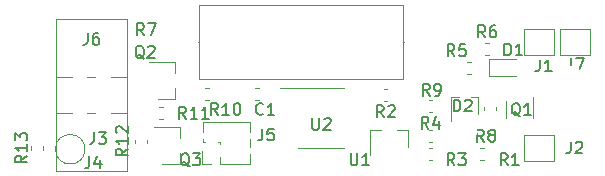
<source format=gbr>
%TF.GenerationSoftware,KiCad,Pcbnew,(5.1.10-1-10_14)*%
%TF.CreationDate,2021-11-16T21:19:30+13:00*%
%TF.ProjectId,BMSladder,424d536c-6164-4646-9572-2e6b69636164,rev?*%
%TF.SameCoordinates,Original*%
%TF.FileFunction,Legend,Top*%
%TF.FilePolarity,Positive*%
%FSLAX46Y46*%
G04 Gerber Fmt 4.6, Leading zero omitted, Abs format (unit mm)*
G04 Created by KiCad (PCBNEW (5.1.10-1-10_14)) date 2021-11-16 21:19:30*
%MOMM*%
%LPD*%
G01*
G04 APERTURE LIST*
%ADD10C,0.120000*%
%ADD11C,0.150000*%
%ADD12C,0.300000*%
%ADD13C,1.800000*%
%ADD14O,1.200000X1.750000*%
%ADD15O,1.000000X1.000000*%
%ADD16R,1.000000X1.000000*%
%ADD17O,2.400000X2.400000*%
%ADD18C,2.400000*%
%ADD19C,2.000000*%
%ADD20O,2.500000X5.000000*%
%ADD21R,0.800000X0.900000*%
%ADD22R,0.900000X0.800000*%
%ADD23R,0.400000X0.650000*%
%ADD24R,0.450000X0.700000*%
%ADD25C,0.800000*%
G04 APERTURE END LIST*
D10*
%TO.C,J7*%
X66250000Y-20400000D02*
X66250000Y-22100000D01*
X66250000Y-22100000D02*
X66250000Y-22600000D01*
X66250000Y-22600000D02*
X68850000Y-22600000D01*
X68850000Y-22600000D02*
X68850000Y-20400000D01*
X68850000Y-20400000D02*
X66250000Y-20400000D01*
%TO.C,J6*%
X28260000Y-24450000D02*
X29600000Y-24450000D01*
X23600000Y-32450000D02*
X29600000Y-32450000D01*
X26260000Y-24450000D02*
X26940000Y-24450000D01*
X24940000Y-24450000D02*
X23600000Y-24450000D01*
X29600000Y-32450000D02*
X29600000Y-24450000D01*
X23600000Y-24450000D02*
X23600000Y-32450000D01*
%TO.C,J3*%
X24940000Y-27550000D02*
X23600000Y-27550000D01*
X29600000Y-19550000D02*
X23600000Y-19550000D01*
X26940000Y-27550000D02*
X26260000Y-27550000D01*
X28260000Y-27550000D02*
X29600000Y-27550000D01*
X23600000Y-19550000D02*
X23600000Y-27550000D01*
X29600000Y-27550000D02*
X29600000Y-19550000D01*
%TO.C,J1*%
X65800000Y-20400000D02*
X63200000Y-20400000D01*
X65800000Y-22600000D02*
X65800000Y-20400000D01*
X63200000Y-22600000D02*
X65800000Y-22600000D01*
X63200000Y-22100000D02*
X63200000Y-22600000D01*
X63200000Y-20400000D02*
X63200000Y-22100000D01*
%TO.C,R3*%
X55462779Y-30490000D02*
X55137221Y-30490000D01*
X55462779Y-31510000D02*
X55137221Y-31510000D01*
%TO.C,U2*%
X46050000Y-25390000D02*
X42600000Y-25390000D01*
X46050000Y-25390000D02*
X48000000Y-25390000D01*
X46050000Y-30510000D02*
X44100000Y-30510000D01*
X46050000Y-30510000D02*
X48000000Y-30510000D01*
%TO.C,J5*%
X39985000Y-31850000D02*
X39985000Y-31027530D01*
X39985000Y-29142470D02*
X39985000Y-28320000D01*
X39985000Y-30412470D02*
X39985000Y-29757530D01*
X37510000Y-31850000D02*
X39985000Y-31850000D01*
X36055000Y-28320000D02*
X39985000Y-28320000D01*
X37510000Y-31850000D02*
X37510000Y-31283471D01*
X37510000Y-30156529D02*
X37510000Y-30013471D01*
X37456529Y-29960000D02*
X37313471Y-29960000D01*
X36186529Y-29960000D02*
X36055000Y-29960000D01*
X36055000Y-29960000D02*
X36055000Y-29757530D01*
X36055000Y-29142470D02*
X36055000Y-28320000D01*
X36750000Y-31850000D02*
X35990000Y-31850000D01*
X35990000Y-31850000D02*
X35990000Y-30720000D01*
%TO.C,R7*%
X35620000Y-21500000D02*
X35720000Y-21500000D01*
X53060000Y-21500000D02*
X52960000Y-21500000D01*
X35720000Y-24620000D02*
X52960000Y-24620000D01*
X35720000Y-18380000D02*
X35720000Y-24620000D01*
X52960000Y-18380000D02*
X35720000Y-18380000D01*
X52960000Y-24620000D02*
X52960000Y-18380000D01*
%TO.C,J4*%
X26051000Y-30600000D02*
G75*
G03*
X26051000Y-30600000I-1251000J0D01*
G01*
%TO.C,U1*%
X53380000Y-28940000D02*
X53380000Y-30400000D01*
X50220000Y-28940000D02*
X50220000Y-31100000D01*
X50220000Y-28940000D02*
X51150000Y-28940000D01*
X53380000Y-28940000D02*
X52450000Y-28940000D01*
%TO.C,R13*%
X21490000Y-30337221D02*
X21490000Y-30662779D01*
X22510000Y-30337221D02*
X22510000Y-30662779D01*
%TO.C,R12*%
X31310000Y-30112779D02*
X31310000Y-29787221D01*
X30290000Y-30112779D02*
X30290000Y-29787221D01*
%TO.C,R11*%
X32662779Y-26990000D02*
X32337221Y-26990000D01*
X32662779Y-28010000D02*
X32337221Y-28010000D01*
%TO.C,R10*%
X36562779Y-25390000D02*
X36237221Y-25390000D01*
X36562779Y-26410000D02*
X36237221Y-26410000D01*
%TO.C,R9*%
X55462779Y-26390000D02*
X55137221Y-26390000D01*
X55462779Y-27410000D02*
X55137221Y-27410000D01*
%TO.C,R8*%
X59840000Y-26987221D02*
X59840000Y-27312779D01*
X60860000Y-26987221D02*
X60860000Y-27312779D01*
%TO.C,R6*%
X59937221Y-22610000D02*
X60262779Y-22610000D01*
X59937221Y-21590000D02*
X60262779Y-21590000D01*
%TO.C,R5*%
X58387221Y-24210000D02*
X58712779Y-24210000D01*
X58387221Y-23190000D02*
X58712779Y-23190000D01*
%TO.C,R4*%
X55137221Y-30010000D02*
X55462779Y-30010000D01*
X55137221Y-28990000D02*
X55462779Y-28990000D01*
%TO.C,R2*%
X51662779Y-25490000D02*
X51337221Y-25490000D01*
X51662779Y-26510000D02*
X51337221Y-26510000D01*
%TO.C,R1*%
X59862779Y-30490000D02*
X59537221Y-30490000D01*
X59862779Y-31510000D02*
X59537221Y-31510000D01*
%TO.C,Q3*%
X34060000Y-31880000D02*
X32600000Y-31880000D01*
X34060000Y-28720000D02*
X31900000Y-28720000D01*
X34060000Y-28720000D02*
X34060000Y-29650000D01*
X34060000Y-31880000D02*
X34060000Y-30950000D01*
%TO.C,Q2*%
X33660000Y-26380000D02*
X32200000Y-26380000D01*
X33660000Y-23220000D02*
X31500000Y-23220000D01*
X33660000Y-23220000D02*
X33660000Y-24150000D01*
X33660000Y-26380000D02*
X33660000Y-25450000D01*
%TO.C,Q1*%
X61690000Y-26550000D02*
X61690000Y-27950000D01*
X64010000Y-27950000D02*
X64010000Y-26050000D01*
%TO.C,J2*%
X65800000Y-29400000D02*
X63200000Y-29400000D01*
X65800000Y-31600000D02*
X65800000Y-29400000D01*
X63200000Y-31600000D02*
X65800000Y-31600000D01*
X63200000Y-31100000D02*
X63200000Y-31600000D01*
X63200000Y-29400000D02*
X63200000Y-31100000D01*
%TO.C,D2*%
X59360000Y-27580000D02*
X59360000Y-26170000D01*
X57040000Y-26170000D02*
X57040000Y-28200000D01*
X57040000Y-26170000D02*
X57700000Y-26170000D01*
X58700000Y-26170000D02*
X59360000Y-26170000D01*
%TO.C,D1*%
X60265000Y-24435000D02*
X62550000Y-24435000D01*
X60265000Y-22965000D02*
X60265000Y-24435000D01*
X62550000Y-22965000D02*
X60265000Y-22965000D01*
%TO.C,C1*%
X40812779Y-25440000D02*
X40487221Y-25440000D01*
X40812779Y-26460000D02*
X40487221Y-26460000D01*
%TO.C,J7*%
D11*
X67216666Y-22902380D02*
X67216666Y-23616666D01*
X67169047Y-23759523D01*
X67073809Y-23854761D01*
X66930952Y-23902380D01*
X66835714Y-23902380D01*
X67597619Y-22902380D02*
X68264285Y-22902380D01*
X67835714Y-23902380D01*
%TO.C,J6*%
X26266666Y-20752380D02*
X26266666Y-21466666D01*
X26219047Y-21609523D01*
X26123809Y-21704761D01*
X25980952Y-21752380D01*
X25885714Y-21752380D01*
X27171428Y-20752380D02*
X26980952Y-20752380D01*
X26885714Y-20800000D01*
X26838095Y-20847619D01*
X26742857Y-20990476D01*
X26695238Y-21180952D01*
X26695238Y-21561904D01*
X26742857Y-21657142D01*
X26790476Y-21704761D01*
X26885714Y-21752380D01*
X27076190Y-21752380D01*
X27171428Y-21704761D01*
X27219047Y-21657142D01*
X27266666Y-21561904D01*
X27266666Y-21323809D01*
X27219047Y-21228571D01*
X27171428Y-21180952D01*
X27076190Y-21133333D01*
X26885714Y-21133333D01*
X26790476Y-21180952D01*
X26742857Y-21228571D01*
X26695238Y-21323809D01*
%TO.C,J3*%
X26816666Y-29152380D02*
X26816666Y-29866666D01*
X26769047Y-30009523D01*
X26673809Y-30104761D01*
X26530952Y-30152380D01*
X26435714Y-30152380D01*
X27197619Y-29152380D02*
X27816666Y-29152380D01*
X27483333Y-29533333D01*
X27626190Y-29533333D01*
X27721428Y-29580952D01*
X27769047Y-29628571D01*
X27816666Y-29723809D01*
X27816666Y-29961904D01*
X27769047Y-30057142D01*
X27721428Y-30104761D01*
X27626190Y-30152380D01*
X27340476Y-30152380D01*
X27245238Y-30104761D01*
X27197619Y-30057142D01*
%TO.C,J1*%
X64566666Y-23002380D02*
X64566666Y-23716666D01*
X64519047Y-23859523D01*
X64423809Y-23954761D01*
X64280952Y-24002380D01*
X64185714Y-24002380D01*
X65566666Y-24002380D02*
X64995238Y-24002380D01*
X65280952Y-24002380D02*
X65280952Y-23002380D01*
X65185714Y-23145238D01*
X65090476Y-23240476D01*
X64995238Y-23288095D01*
%TO.C,R3*%
X57333333Y-31952380D02*
X57000000Y-31476190D01*
X56761904Y-31952380D02*
X56761904Y-30952380D01*
X57142857Y-30952380D01*
X57238095Y-31000000D01*
X57285714Y-31047619D01*
X57333333Y-31142857D01*
X57333333Y-31285714D01*
X57285714Y-31380952D01*
X57238095Y-31428571D01*
X57142857Y-31476190D01*
X56761904Y-31476190D01*
X57666666Y-30952380D02*
X58285714Y-30952380D01*
X57952380Y-31333333D01*
X58095238Y-31333333D01*
X58190476Y-31380952D01*
X58238095Y-31428571D01*
X58285714Y-31523809D01*
X58285714Y-31761904D01*
X58238095Y-31857142D01*
X58190476Y-31904761D01*
X58095238Y-31952380D01*
X57809523Y-31952380D01*
X57714285Y-31904761D01*
X57666666Y-31857142D01*
%TO.C,U2*%
X45288095Y-27952380D02*
X45288095Y-28761904D01*
X45335714Y-28857142D01*
X45383333Y-28904761D01*
X45478571Y-28952380D01*
X45669047Y-28952380D01*
X45764285Y-28904761D01*
X45811904Y-28857142D01*
X45859523Y-28761904D01*
X45859523Y-27952380D01*
X46288095Y-28047619D02*
X46335714Y-28000000D01*
X46430952Y-27952380D01*
X46669047Y-27952380D01*
X46764285Y-28000000D01*
X46811904Y-28047619D01*
X46859523Y-28142857D01*
X46859523Y-28238095D01*
X46811904Y-28380952D01*
X46240476Y-28952380D01*
X46859523Y-28952380D01*
%TO.C,J5*%
X41066666Y-28852380D02*
X41066666Y-29566666D01*
X41019047Y-29709523D01*
X40923809Y-29804761D01*
X40780952Y-29852380D01*
X40685714Y-29852380D01*
X42019047Y-28852380D02*
X41542857Y-28852380D01*
X41495238Y-29328571D01*
X41542857Y-29280952D01*
X41638095Y-29233333D01*
X41876190Y-29233333D01*
X41971428Y-29280952D01*
X42019047Y-29328571D01*
X42066666Y-29423809D01*
X42066666Y-29661904D01*
X42019047Y-29757142D01*
X41971428Y-29804761D01*
X41876190Y-29852380D01*
X41638095Y-29852380D01*
X41542857Y-29804761D01*
X41495238Y-29757142D01*
%TO.C,R7*%
X31033333Y-20952380D02*
X30700000Y-20476190D01*
X30461904Y-20952380D02*
X30461904Y-19952380D01*
X30842857Y-19952380D01*
X30938095Y-20000000D01*
X30985714Y-20047619D01*
X31033333Y-20142857D01*
X31033333Y-20285714D01*
X30985714Y-20380952D01*
X30938095Y-20428571D01*
X30842857Y-20476190D01*
X30461904Y-20476190D01*
X31366666Y-19952380D02*
X32033333Y-19952380D01*
X31604761Y-20952380D01*
%TO.C,J4*%
X26416666Y-31202380D02*
X26416666Y-31916666D01*
X26369047Y-32059523D01*
X26273809Y-32154761D01*
X26130952Y-32202380D01*
X26035714Y-32202380D01*
X27321428Y-31535714D02*
X27321428Y-32202380D01*
X27083333Y-31154761D02*
X26845238Y-31869047D01*
X27464285Y-31869047D01*
%TO.C,U1*%
X48538095Y-30952380D02*
X48538095Y-31761904D01*
X48585714Y-31857142D01*
X48633333Y-31904761D01*
X48728571Y-31952380D01*
X48919047Y-31952380D01*
X49014285Y-31904761D01*
X49061904Y-31857142D01*
X49109523Y-31761904D01*
X49109523Y-30952380D01*
X50109523Y-31952380D02*
X49538095Y-31952380D01*
X49823809Y-31952380D02*
X49823809Y-30952380D01*
X49728571Y-31095238D01*
X49633333Y-31190476D01*
X49538095Y-31238095D01*
%TO.C,R13*%
X21152380Y-31142857D02*
X20676190Y-31476190D01*
X21152380Y-31714285D02*
X20152380Y-31714285D01*
X20152380Y-31333333D01*
X20200000Y-31238095D01*
X20247619Y-31190476D01*
X20342857Y-31142857D01*
X20485714Y-31142857D01*
X20580952Y-31190476D01*
X20628571Y-31238095D01*
X20676190Y-31333333D01*
X20676190Y-31714285D01*
X21152380Y-30190476D02*
X21152380Y-30761904D01*
X21152380Y-30476190D02*
X20152380Y-30476190D01*
X20295238Y-30571428D01*
X20390476Y-30666666D01*
X20438095Y-30761904D01*
X20152380Y-29857142D02*
X20152380Y-29238095D01*
X20533333Y-29571428D01*
X20533333Y-29428571D01*
X20580952Y-29333333D01*
X20628571Y-29285714D01*
X20723809Y-29238095D01*
X20961904Y-29238095D01*
X21057142Y-29285714D01*
X21104761Y-29333333D01*
X21152380Y-29428571D01*
X21152380Y-29714285D01*
X21104761Y-29809523D01*
X21057142Y-29857142D01*
%TO.C,R12*%
X29652380Y-30542857D02*
X29176190Y-30876190D01*
X29652380Y-31114285D02*
X28652380Y-31114285D01*
X28652380Y-30733333D01*
X28700000Y-30638095D01*
X28747619Y-30590476D01*
X28842857Y-30542857D01*
X28985714Y-30542857D01*
X29080952Y-30590476D01*
X29128571Y-30638095D01*
X29176190Y-30733333D01*
X29176190Y-31114285D01*
X29652380Y-29590476D02*
X29652380Y-30161904D01*
X29652380Y-29876190D02*
X28652380Y-29876190D01*
X28795238Y-29971428D01*
X28890476Y-30066666D01*
X28938095Y-30161904D01*
X28747619Y-29209523D02*
X28700000Y-29161904D01*
X28652380Y-29066666D01*
X28652380Y-28828571D01*
X28700000Y-28733333D01*
X28747619Y-28685714D01*
X28842857Y-28638095D01*
X28938095Y-28638095D01*
X29080952Y-28685714D01*
X29652380Y-29257142D01*
X29652380Y-28638095D01*
%TO.C,R11*%
X34607142Y-28002380D02*
X34273809Y-27526190D01*
X34035714Y-28002380D02*
X34035714Y-27002380D01*
X34416666Y-27002380D01*
X34511904Y-27050000D01*
X34559523Y-27097619D01*
X34607142Y-27192857D01*
X34607142Y-27335714D01*
X34559523Y-27430952D01*
X34511904Y-27478571D01*
X34416666Y-27526190D01*
X34035714Y-27526190D01*
X35559523Y-28002380D02*
X34988095Y-28002380D01*
X35273809Y-28002380D02*
X35273809Y-27002380D01*
X35178571Y-27145238D01*
X35083333Y-27240476D01*
X34988095Y-27288095D01*
X36511904Y-28002380D02*
X35940476Y-28002380D01*
X36226190Y-28002380D02*
X36226190Y-27002380D01*
X36130952Y-27145238D01*
X36035714Y-27240476D01*
X35940476Y-27288095D01*
%TO.C,R10*%
X37307142Y-27702380D02*
X36973809Y-27226190D01*
X36735714Y-27702380D02*
X36735714Y-26702380D01*
X37116666Y-26702380D01*
X37211904Y-26750000D01*
X37259523Y-26797619D01*
X37307142Y-26892857D01*
X37307142Y-27035714D01*
X37259523Y-27130952D01*
X37211904Y-27178571D01*
X37116666Y-27226190D01*
X36735714Y-27226190D01*
X38259523Y-27702380D02*
X37688095Y-27702380D01*
X37973809Y-27702380D02*
X37973809Y-26702380D01*
X37878571Y-26845238D01*
X37783333Y-26940476D01*
X37688095Y-26988095D01*
X38878571Y-26702380D02*
X38973809Y-26702380D01*
X39069047Y-26750000D01*
X39116666Y-26797619D01*
X39164285Y-26892857D01*
X39211904Y-27083333D01*
X39211904Y-27321428D01*
X39164285Y-27511904D01*
X39116666Y-27607142D01*
X39069047Y-27654761D01*
X38973809Y-27702380D01*
X38878571Y-27702380D01*
X38783333Y-27654761D01*
X38735714Y-27607142D01*
X38688095Y-27511904D01*
X38640476Y-27321428D01*
X38640476Y-27083333D01*
X38688095Y-26892857D01*
X38735714Y-26797619D01*
X38783333Y-26750000D01*
X38878571Y-26702380D01*
%TO.C,R9*%
X55233333Y-26052380D02*
X54900000Y-25576190D01*
X54661904Y-26052380D02*
X54661904Y-25052380D01*
X55042857Y-25052380D01*
X55138095Y-25100000D01*
X55185714Y-25147619D01*
X55233333Y-25242857D01*
X55233333Y-25385714D01*
X55185714Y-25480952D01*
X55138095Y-25528571D01*
X55042857Y-25576190D01*
X54661904Y-25576190D01*
X55709523Y-26052380D02*
X55900000Y-26052380D01*
X55995238Y-26004761D01*
X56042857Y-25957142D01*
X56138095Y-25814285D01*
X56185714Y-25623809D01*
X56185714Y-25242857D01*
X56138095Y-25147619D01*
X56090476Y-25100000D01*
X55995238Y-25052380D01*
X55804761Y-25052380D01*
X55709523Y-25100000D01*
X55661904Y-25147619D01*
X55614285Y-25242857D01*
X55614285Y-25480952D01*
X55661904Y-25576190D01*
X55709523Y-25623809D01*
X55804761Y-25671428D01*
X55995238Y-25671428D01*
X56090476Y-25623809D01*
X56138095Y-25576190D01*
X56185714Y-25480952D01*
%TO.C,R8*%
X59833333Y-29952380D02*
X59500000Y-29476190D01*
X59261904Y-29952380D02*
X59261904Y-28952380D01*
X59642857Y-28952380D01*
X59738095Y-29000000D01*
X59785714Y-29047619D01*
X59833333Y-29142857D01*
X59833333Y-29285714D01*
X59785714Y-29380952D01*
X59738095Y-29428571D01*
X59642857Y-29476190D01*
X59261904Y-29476190D01*
X60404761Y-29380952D02*
X60309523Y-29333333D01*
X60261904Y-29285714D01*
X60214285Y-29190476D01*
X60214285Y-29142857D01*
X60261904Y-29047619D01*
X60309523Y-29000000D01*
X60404761Y-28952380D01*
X60595238Y-28952380D01*
X60690476Y-29000000D01*
X60738095Y-29047619D01*
X60785714Y-29142857D01*
X60785714Y-29190476D01*
X60738095Y-29285714D01*
X60690476Y-29333333D01*
X60595238Y-29380952D01*
X60404761Y-29380952D01*
X60309523Y-29428571D01*
X60261904Y-29476190D01*
X60214285Y-29571428D01*
X60214285Y-29761904D01*
X60261904Y-29857142D01*
X60309523Y-29904761D01*
X60404761Y-29952380D01*
X60595238Y-29952380D01*
X60690476Y-29904761D01*
X60738095Y-29857142D01*
X60785714Y-29761904D01*
X60785714Y-29571428D01*
X60738095Y-29476190D01*
X60690476Y-29428571D01*
X60595238Y-29380952D01*
%TO.C,R6*%
X59933333Y-21122380D02*
X59600000Y-20646190D01*
X59361904Y-21122380D02*
X59361904Y-20122380D01*
X59742857Y-20122380D01*
X59838095Y-20170000D01*
X59885714Y-20217619D01*
X59933333Y-20312857D01*
X59933333Y-20455714D01*
X59885714Y-20550952D01*
X59838095Y-20598571D01*
X59742857Y-20646190D01*
X59361904Y-20646190D01*
X60790476Y-20122380D02*
X60600000Y-20122380D01*
X60504761Y-20170000D01*
X60457142Y-20217619D01*
X60361904Y-20360476D01*
X60314285Y-20550952D01*
X60314285Y-20931904D01*
X60361904Y-21027142D01*
X60409523Y-21074761D01*
X60504761Y-21122380D01*
X60695238Y-21122380D01*
X60790476Y-21074761D01*
X60838095Y-21027142D01*
X60885714Y-20931904D01*
X60885714Y-20693809D01*
X60838095Y-20598571D01*
X60790476Y-20550952D01*
X60695238Y-20503333D01*
X60504761Y-20503333D01*
X60409523Y-20550952D01*
X60361904Y-20598571D01*
X60314285Y-20693809D01*
%TO.C,R5*%
X57333333Y-22722380D02*
X57000000Y-22246190D01*
X56761904Y-22722380D02*
X56761904Y-21722380D01*
X57142857Y-21722380D01*
X57238095Y-21770000D01*
X57285714Y-21817619D01*
X57333333Y-21912857D01*
X57333333Y-22055714D01*
X57285714Y-22150952D01*
X57238095Y-22198571D01*
X57142857Y-22246190D01*
X56761904Y-22246190D01*
X58238095Y-21722380D02*
X57761904Y-21722380D01*
X57714285Y-22198571D01*
X57761904Y-22150952D01*
X57857142Y-22103333D01*
X58095238Y-22103333D01*
X58190476Y-22150952D01*
X58238095Y-22198571D01*
X58285714Y-22293809D01*
X58285714Y-22531904D01*
X58238095Y-22627142D01*
X58190476Y-22674761D01*
X58095238Y-22722380D01*
X57857142Y-22722380D01*
X57761904Y-22674761D01*
X57714285Y-22627142D01*
%TO.C,R4*%
X55133333Y-28852380D02*
X54800000Y-28376190D01*
X54561904Y-28852380D02*
X54561904Y-27852380D01*
X54942857Y-27852380D01*
X55038095Y-27900000D01*
X55085714Y-27947619D01*
X55133333Y-28042857D01*
X55133333Y-28185714D01*
X55085714Y-28280952D01*
X55038095Y-28328571D01*
X54942857Y-28376190D01*
X54561904Y-28376190D01*
X55990476Y-28185714D02*
X55990476Y-28852380D01*
X55752380Y-27804761D02*
X55514285Y-28519047D01*
X56133333Y-28519047D01*
%TO.C,R2*%
X51333333Y-27882380D02*
X51000000Y-27406190D01*
X50761904Y-27882380D02*
X50761904Y-26882380D01*
X51142857Y-26882380D01*
X51238095Y-26930000D01*
X51285714Y-26977619D01*
X51333333Y-27072857D01*
X51333333Y-27215714D01*
X51285714Y-27310952D01*
X51238095Y-27358571D01*
X51142857Y-27406190D01*
X50761904Y-27406190D01*
X51714285Y-26977619D02*
X51761904Y-26930000D01*
X51857142Y-26882380D01*
X52095238Y-26882380D01*
X52190476Y-26930000D01*
X52238095Y-26977619D01*
X52285714Y-27072857D01*
X52285714Y-27168095D01*
X52238095Y-27310952D01*
X51666666Y-27882380D01*
X52285714Y-27882380D01*
%TO.C,R1*%
X61833333Y-31952380D02*
X61500000Y-31476190D01*
X61261904Y-31952380D02*
X61261904Y-30952380D01*
X61642857Y-30952380D01*
X61738095Y-31000000D01*
X61785714Y-31047619D01*
X61833333Y-31142857D01*
X61833333Y-31285714D01*
X61785714Y-31380952D01*
X61738095Y-31428571D01*
X61642857Y-31476190D01*
X61261904Y-31476190D01*
X62785714Y-31952380D02*
X62214285Y-31952380D01*
X62500000Y-31952380D02*
X62500000Y-30952380D01*
X62404761Y-31095238D01*
X62309523Y-31190476D01*
X62214285Y-31238095D01*
%TO.C,Q3*%
X34904761Y-32047619D02*
X34809523Y-32000000D01*
X34714285Y-31904761D01*
X34571428Y-31761904D01*
X34476190Y-31714285D01*
X34380952Y-31714285D01*
X34428571Y-31952380D02*
X34333333Y-31904761D01*
X34238095Y-31809523D01*
X34190476Y-31619047D01*
X34190476Y-31285714D01*
X34238095Y-31095238D01*
X34333333Y-31000000D01*
X34428571Y-30952380D01*
X34619047Y-30952380D01*
X34714285Y-31000000D01*
X34809523Y-31095238D01*
X34857142Y-31285714D01*
X34857142Y-31619047D01*
X34809523Y-31809523D01*
X34714285Y-31904761D01*
X34619047Y-31952380D01*
X34428571Y-31952380D01*
X35190476Y-30952380D02*
X35809523Y-30952380D01*
X35476190Y-31333333D01*
X35619047Y-31333333D01*
X35714285Y-31380952D01*
X35761904Y-31428571D01*
X35809523Y-31523809D01*
X35809523Y-31761904D01*
X35761904Y-31857142D01*
X35714285Y-31904761D01*
X35619047Y-31952380D01*
X35333333Y-31952380D01*
X35238095Y-31904761D01*
X35190476Y-31857142D01*
%TO.C,Q2*%
X31054761Y-22947619D02*
X30959523Y-22900000D01*
X30864285Y-22804761D01*
X30721428Y-22661904D01*
X30626190Y-22614285D01*
X30530952Y-22614285D01*
X30578571Y-22852380D02*
X30483333Y-22804761D01*
X30388095Y-22709523D01*
X30340476Y-22519047D01*
X30340476Y-22185714D01*
X30388095Y-21995238D01*
X30483333Y-21900000D01*
X30578571Y-21852380D01*
X30769047Y-21852380D01*
X30864285Y-21900000D01*
X30959523Y-21995238D01*
X31007142Y-22185714D01*
X31007142Y-22519047D01*
X30959523Y-22709523D01*
X30864285Y-22804761D01*
X30769047Y-22852380D01*
X30578571Y-22852380D01*
X31388095Y-21947619D02*
X31435714Y-21900000D01*
X31530952Y-21852380D01*
X31769047Y-21852380D01*
X31864285Y-21900000D01*
X31911904Y-21947619D01*
X31959523Y-22042857D01*
X31959523Y-22138095D01*
X31911904Y-22280952D01*
X31340476Y-22852380D01*
X31959523Y-22852380D01*
%TO.C,Q1*%
X62904761Y-27797619D02*
X62809523Y-27750000D01*
X62714285Y-27654761D01*
X62571428Y-27511904D01*
X62476190Y-27464285D01*
X62380952Y-27464285D01*
X62428571Y-27702380D02*
X62333333Y-27654761D01*
X62238095Y-27559523D01*
X62190476Y-27369047D01*
X62190476Y-27035714D01*
X62238095Y-26845238D01*
X62333333Y-26750000D01*
X62428571Y-26702380D01*
X62619047Y-26702380D01*
X62714285Y-26750000D01*
X62809523Y-26845238D01*
X62857142Y-27035714D01*
X62857142Y-27369047D01*
X62809523Y-27559523D01*
X62714285Y-27654761D01*
X62619047Y-27702380D01*
X62428571Y-27702380D01*
X63809523Y-27702380D02*
X63238095Y-27702380D01*
X63523809Y-27702380D02*
X63523809Y-26702380D01*
X63428571Y-26845238D01*
X63333333Y-26940476D01*
X63238095Y-26988095D01*
%TO.C,J2*%
X67166666Y-29952380D02*
X67166666Y-30666666D01*
X67119047Y-30809523D01*
X67023809Y-30904761D01*
X66880952Y-30952380D01*
X66785714Y-30952380D01*
X67595238Y-30047619D02*
X67642857Y-30000000D01*
X67738095Y-29952380D01*
X67976190Y-29952380D01*
X68071428Y-30000000D01*
X68119047Y-30047619D01*
X68166666Y-30142857D01*
X68166666Y-30238095D01*
X68119047Y-30380952D01*
X67547619Y-30952380D01*
X68166666Y-30952380D01*
%TO.C,D2*%
X57261904Y-27402380D02*
X57261904Y-26402380D01*
X57500000Y-26402380D01*
X57642857Y-26450000D01*
X57738095Y-26545238D01*
X57785714Y-26640476D01*
X57833333Y-26830952D01*
X57833333Y-26973809D01*
X57785714Y-27164285D01*
X57738095Y-27259523D01*
X57642857Y-27354761D01*
X57500000Y-27402380D01*
X57261904Y-27402380D01*
X58214285Y-26497619D02*
X58261904Y-26450000D01*
X58357142Y-26402380D01*
X58595238Y-26402380D01*
X58690476Y-26450000D01*
X58738095Y-26497619D01*
X58785714Y-26592857D01*
X58785714Y-26688095D01*
X58738095Y-26830952D01*
X58166666Y-27402380D01*
X58785714Y-27402380D01*
%TO.C,D1*%
X61561904Y-22652380D02*
X61561904Y-21652380D01*
X61800000Y-21652380D01*
X61942857Y-21700000D01*
X62038095Y-21795238D01*
X62085714Y-21890476D01*
X62133333Y-22080952D01*
X62133333Y-22223809D01*
X62085714Y-22414285D01*
X62038095Y-22509523D01*
X61942857Y-22604761D01*
X61800000Y-22652380D01*
X61561904Y-22652380D01*
X63085714Y-22652380D02*
X62514285Y-22652380D01*
X62800000Y-22652380D02*
X62800000Y-21652380D01*
X62704761Y-21795238D01*
X62609523Y-21890476D01*
X62514285Y-21938095D01*
%TO.C,C1*%
X41133333Y-27607142D02*
X41085714Y-27654761D01*
X40942857Y-27702380D01*
X40847619Y-27702380D01*
X40704761Y-27654761D01*
X40609523Y-27559523D01*
X40561904Y-27464285D01*
X40514285Y-27273809D01*
X40514285Y-27130952D01*
X40561904Y-26940476D01*
X40609523Y-26845238D01*
X40704761Y-26750000D01*
X40847619Y-26702380D01*
X40942857Y-26702380D01*
X41085714Y-26750000D01*
X41133333Y-26797619D01*
X42085714Y-27702380D02*
X41514285Y-27702380D01*
X41800000Y-27702380D02*
X41800000Y-26702380D01*
X41704761Y-26845238D01*
X41609523Y-26940476D01*
X41514285Y-26988095D01*
%TD*%
%LPC*%
D12*
X64700000Y-25400000D02*
X64700000Y-26600000D01*
X64100000Y-26000000D02*
X65300000Y-26000000D01*
D13*
%TO.C,J7*%
X67550000Y-21500000D03*
%TD*%
D14*
%TO.C,J6*%
X27600000Y-24200000D03*
G36*
G01*
X25000000Y-24825001D02*
X25000000Y-23574999D01*
G75*
G02*
X25249999Y-23325000I249999J0D01*
G01*
X25950001Y-23325000D01*
G75*
G02*
X26200000Y-23574999I0J-249999D01*
G01*
X26200000Y-24825001D01*
G75*
G02*
X25950001Y-25075000I-249999J0D01*
G01*
X25249999Y-25075000D01*
G75*
G02*
X25000000Y-24825001I0J249999D01*
G01*
G37*
%TD*%
%TO.C,J3*%
X25600000Y-27800000D03*
G36*
G01*
X28200000Y-27174999D02*
X28200000Y-28425001D01*
G75*
G02*
X27950001Y-28675000I-249999J0D01*
G01*
X27249999Y-28675000D01*
G75*
G02*
X27000000Y-28425001I0J249999D01*
G01*
X27000000Y-27174999D01*
G75*
G02*
X27249999Y-26925000I249999J0D01*
G01*
X27950001Y-26925000D01*
G75*
G02*
X28200000Y-27174999I0J-249999D01*
G01*
G37*
%TD*%
D13*
%TO.C,J1*%
X64500000Y-21500000D03*
%TD*%
%TO.C,R3*%
G36*
G01*
X54950000Y-30743750D02*
X54950000Y-31256250D01*
G75*
G02*
X54731250Y-31475000I-218750J0D01*
G01*
X54293750Y-31475000D01*
G75*
G02*
X54075000Y-31256250I0J218750D01*
G01*
X54075000Y-30743750D01*
G75*
G02*
X54293750Y-30525000I218750J0D01*
G01*
X54731250Y-30525000D01*
G75*
G02*
X54950000Y-30743750I0J-218750D01*
G01*
G37*
G36*
G01*
X56525000Y-30743750D02*
X56525000Y-31256250D01*
G75*
G02*
X56306250Y-31475000I-218750J0D01*
G01*
X55868750Y-31475000D01*
G75*
G02*
X55650000Y-31256250I0J218750D01*
G01*
X55650000Y-30743750D01*
G75*
G02*
X55868750Y-30525000I218750J0D01*
G01*
X56306250Y-30525000D01*
G75*
G02*
X56525000Y-30743750I0J-218750D01*
G01*
G37*
%TD*%
%TO.C,U2*%
G36*
G01*
X47550000Y-26195000D02*
X47550000Y-25895000D01*
G75*
G02*
X47700000Y-25745000I150000J0D01*
G01*
X49350000Y-25745000D01*
G75*
G02*
X49500000Y-25895000I0J-150000D01*
G01*
X49500000Y-26195000D01*
G75*
G02*
X49350000Y-26345000I-150000J0D01*
G01*
X47700000Y-26345000D01*
G75*
G02*
X47550000Y-26195000I0J150000D01*
G01*
G37*
G36*
G01*
X47550000Y-27465000D02*
X47550000Y-27165000D01*
G75*
G02*
X47700000Y-27015000I150000J0D01*
G01*
X49350000Y-27015000D01*
G75*
G02*
X49500000Y-27165000I0J-150000D01*
G01*
X49500000Y-27465000D01*
G75*
G02*
X49350000Y-27615000I-150000J0D01*
G01*
X47700000Y-27615000D01*
G75*
G02*
X47550000Y-27465000I0J150000D01*
G01*
G37*
G36*
G01*
X47550000Y-28735000D02*
X47550000Y-28435000D01*
G75*
G02*
X47700000Y-28285000I150000J0D01*
G01*
X49350000Y-28285000D01*
G75*
G02*
X49500000Y-28435000I0J-150000D01*
G01*
X49500000Y-28735000D01*
G75*
G02*
X49350000Y-28885000I-150000J0D01*
G01*
X47700000Y-28885000D01*
G75*
G02*
X47550000Y-28735000I0J150000D01*
G01*
G37*
G36*
G01*
X47550000Y-30005000D02*
X47550000Y-29705000D01*
G75*
G02*
X47700000Y-29555000I150000J0D01*
G01*
X49350000Y-29555000D01*
G75*
G02*
X49500000Y-29705000I0J-150000D01*
G01*
X49500000Y-30005000D01*
G75*
G02*
X49350000Y-30155000I-150000J0D01*
G01*
X47700000Y-30155000D01*
G75*
G02*
X47550000Y-30005000I0J150000D01*
G01*
G37*
G36*
G01*
X42600000Y-30005000D02*
X42600000Y-29705000D01*
G75*
G02*
X42750000Y-29555000I150000J0D01*
G01*
X44400000Y-29555000D01*
G75*
G02*
X44550000Y-29705000I0J-150000D01*
G01*
X44550000Y-30005000D01*
G75*
G02*
X44400000Y-30155000I-150000J0D01*
G01*
X42750000Y-30155000D01*
G75*
G02*
X42600000Y-30005000I0J150000D01*
G01*
G37*
G36*
G01*
X42600000Y-28735000D02*
X42600000Y-28435000D01*
G75*
G02*
X42750000Y-28285000I150000J0D01*
G01*
X44400000Y-28285000D01*
G75*
G02*
X44550000Y-28435000I0J-150000D01*
G01*
X44550000Y-28735000D01*
G75*
G02*
X44400000Y-28885000I-150000J0D01*
G01*
X42750000Y-28885000D01*
G75*
G02*
X42600000Y-28735000I0J150000D01*
G01*
G37*
G36*
G01*
X42600000Y-27465000D02*
X42600000Y-27165000D01*
G75*
G02*
X42750000Y-27015000I150000J0D01*
G01*
X44400000Y-27015000D01*
G75*
G02*
X44550000Y-27165000I0J-150000D01*
G01*
X44550000Y-27465000D01*
G75*
G02*
X44400000Y-27615000I-150000J0D01*
G01*
X42750000Y-27615000D01*
G75*
G02*
X42600000Y-27465000I0J150000D01*
G01*
G37*
G36*
G01*
X42600000Y-26195000D02*
X42600000Y-25895000D01*
G75*
G02*
X42750000Y-25745000I150000J0D01*
G01*
X44400000Y-25745000D01*
G75*
G02*
X44550000Y-25895000I0J-150000D01*
G01*
X44550000Y-26195000D01*
G75*
G02*
X44400000Y-26345000I-150000J0D01*
G01*
X42750000Y-26345000D01*
G75*
G02*
X42600000Y-26195000I0J150000D01*
G01*
G37*
%TD*%
D15*
%TO.C,J5*%
X39290000Y-29450000D03*
X39290000Y-30720000D03*
X38020000Y-29450000D03*
X38020000Y-30720000D03*
X36750000Y-29450000D03*
D16*
X36750000Y-30720000D03*
%TD*%
D17*
%TO.C,R7*%
X33500000Y-21500000D03*
D18*
X55500000Y-21500000D03*
%TD*%
D19*
%TO.C,J4*%
X24800000Y-30600000D03*
%TD*%
D20*
%TO.C,H2*%
X22000000Y-26000000D03*
%TD*%
%TO.C,H1*%
X67000000Y-26000000D03*
%TD*%
D21*
%TO.C,U1*%
X51800000Y-28700000D03*
X52750000Y-30700000D03*
X50850000Y-30700000D03*
%TD*%
%TO.C,R13*%
G36*
G01*
X21743750Y-30850000D02*
X22256250Y-30850000D01*
G75*
G02*
X22475000Y-31068750I0J-218750D01*
G01*
X22475000Y-31506250D01*
G75*
G02*
X22256250Y-31725000I-218750J0D01*
G01*
X21743750Y-31725000D01*
G75*
G02*
X21525000Y-31506250I0J218750D01*
G01*
X21525000Y-31068750D01*
G75*
G02*
X21743750Y-30850000I218750J0D01*
G01*
G37*
G36*
G01*
X21743750Y-29275000D02*
X22256250Y-29275000D01*
G75*
G02*
X22475000Y-29493750I0J-218750D01*
G01*
X22475000Y-29931250D01*
G75*
G02*
X22256250Y-30150000I-218750J0D01*
G01*
X21743750Y-30150000D01*
G75*
G02*
X21525000Y-29931250I0J218750D01*
G01*
X21525000Y-29493750D01*
G75*
G02*
X21743750Y-29275000I218750J0D01*
G01*
G37*
%TD*%
%TO.C,R12*%
G36*
G01*
X31056250Y-29600000D02*
X30543750Y-29600000D01*
G75*
G02*
X30325000Y-29381250I0J218750D01*
G01*
X30325000Y-28943750D01*
G75*
G02*
X30543750Y-28725000I218750J0D01*
G01*
X31056250Y-28725000D01*
G75*
G02*
X31275000Y-28943750I0J-218750D01*
G01*
X31275000Y-29381250D01*
G75*
G02*
X31056250Y-29600000I-218750J0D01*
G01*
G37*
G36*
G01*
X31056250Y-31175000D02*
X30543750Y-31175000D01*
G75*
G02*
X30325000Y-30956250I0J218750D01*
G01*
X30325000Y-30518750D01*
G75*
G02*
X30543750Y-30300000I218750J0D01*
G01*
X31056250Y-30300000D01*
G75*
G02*
X31275000Y-30518750I0J-218750D01*
G01*
X31275000Y-30956250D01*
G75*
G02*
X31056250Y-31175000I-218750J0D01*
G01*
G37*
%TD*%
%TO.C,R11*%
G36*
G01*
X32150000Y-27243750D02*
X32150000Y-27756250D01*
G75*
G02*
X31931250Y-27975000I-218750J0D01*
G01*
X31493750Y-27975000D01*
G75*
G02*
X31275000Y-27756250I0J218750D01*
G01*
X31275000Y-27243750D01*
G75*
G02*
X31493750Y-27025000I218750J0D01*
G01*
X31931250Y-27025000D01*
G75*
G02*
X32150000Y-27243750I0J-218750D01*
G01*
G37*
G36*
G01*
X33725000Y-27243750D02*
X33725000Y-27756250D01*
G75*
G02*
X33506250Y-27975000I-218750J0D01*
G01*
X33068750Y-27975000D01*
G75*
G02*
X32850000Y-27756250I0J218750D01*
G01*
X32850000Y-27243750D01*
G75*
G02*
X33068750Y-27025000I218750J0D01*
G01*
X33506250Y-27025000D01*
G75*
G02*
X33725000Y-27243750I0J-218750D01*
G01*
G37*
%TD*%
%TO.C,R10*%
G36*
G01*
X36050000Y-25643750D02*
X36050000Y-26156250D01*
G75*
G02*
X35831250Y-26375000I-218750J0D01*
G01*
X35393750Y-26375000D01*
G75*
G02*
X35175000Y-26156250I0J218750D01*
G01*
X35175000Y-25643750D01*
G75*
G02*
X35393750Y-25425000I218750J0D01*
G01*
X35831250Y-25425000D01*
G75*
G02*
X36050000Y-25643750I0J-218750D01*
G01*
G37*
G36*
G01*
X37625000Y-25643750D02*
X37625000Y-26156250D01*
G75*
G02*
X37406250Y-26375000I-218750J0D01*
G01*
X36968750Y-26375000D01*
G75*
G02*
X36750000Y-26156250I0J218750D01*
G01*
X36750000Y-25643750D01*
G75*
G02*
X36968750Y-25425000I218750J0D01*
G01*
X37406250Y-25425000D01*
G75*
G02*
X37625000Y-25643750I0J-218750D01*
G01*
G37*
%TD*%
%TO.C,R9*%
G36*
G01*
X54950000Y-26643750D02*
X54950000Y-27156250D01*
G75*
G02*
X54731250Y-27375000I-218750J0D01*
G01*
X54293750Y-27375000D01*
G75*
G02*
X54075000Y-27156250I0J218750D01*
G01*
X54075000Y-26643750D01*
G75*
G02*
X54293750Y-26425000I218750J0D01*
G01*
X54731250Y-26425000D01*
G75*
G02*
X54950000Y-26643750I0J-218750D01*
G01*
G37*
G36*
G01*
X56525000Y-26643750D02*
X56525000Y-27156250D01*
G75*
G02*
X56306250Y-27375000I-218750J0D01*
G01*
X55868750Y-27375000D01*
G75*
G02*
X55650000Y-27156250I0J218750D01*
G01*
X55650000Y-26643750D01*
G75*
G02*
X55868750Y-26425000I218750J0D01*
G01*
X56306250Y-26425000D01*
G75*
G02*
X56525000Y-26643750I0J-218750D01*
G01*
G37*
%TD*%
%TO.C,R8*%
G36*
G01*
X60093750Y-27500000D02*
X60606250Y-27500000D01*
G75*
G02*
X60825000Y-27718750I0J-218750D01*
G01*
X60825000Y-28156250D01*
G75*
G02*
X60606250Y-28375000I-218750J0D01*
G01*
X60093750Y-28375000D01*
G75*
G02*
X59875000Y-28156250I0J218750D01*
G01*
X59875000Y-27718750D01*
G75*
G02*
X60093750Y-27500000I218750J0D01*
G01*
G37*
G36*
G01*
X60093750Y-25925000D02*
X60606250Y-25925000D01*
G75*
G02*
X60825000Y-26143750I0J-218750D01*
G01*
X60825000Y-26581250D01*
G75*
G02*
X60606250Y-26800000I-218750J0D01*
G01*
X60093750Y-26800000D01*
G75*
G02*
X59875000Y-26581250I0J218750D01*
G01*
X59875000Y-26143750D01*
G75*
G02*
X60093750Y-25925000I218750J0D01*
G01*
G37*
%TD*%
%TO.C,R6*%
G36*
G01*
X60450000Y-22356250D02*
X60450000Y-21843750D01*
G75*
G02*
X60668750Y-21625000I218750J0D01*
G01*
X61106250Y-21625000D01*
G75*
G02*
X61325000Y-21843750I0J-218750D01*
G01*
X61325000Y-22356250D01*
G75*
G02*
X61106250Y-22575000I-218750J0D01*
G01*
X60668750Y-22575000D01*
G75*
G02*
X60450000Y-22356250I0J218750D01*
G01*
G37*
G36*
G01*
X58875000Y-22356250D02*
X58875000Y-21843750D01*
G75*
G02*
X59093750Y-21625000I218750J0D01*
G01*
X59531250Y-21625000D01*
G75*
G02*
X59750000Y-21843750I0J-218750D01*
G01*
X59750000Y-22356250D01*
G75*
G02*
X59531250Y-22575000I-218750J0D01*
G01*
X59093750Y-22575000D01*
G75*
G02*
X58875000Y-22356250I0J218750D01*
G01*
G37*
%TD*%
%TO.C,R5*%
G36*
G01*
X58900000Y-23956250D02*
X58900000Y-23443750D01*
G75*
G02*
X59118750Y-23225000I218750J0D01*
G01*
X59556250Y-23225000D01*
G75*
G02*
X59775000Y-23443750I0J-218750D01*
G01*
X59775000Y-23956250D01*
G75*
G02*
X59556250Y-24175000I-218750J0D01*
G01*
X59118750Y-24175000D01*
G75*
G02*
X58900000Y-23956250I0J218750D01*
G01*
G37*
G36*
G01*
X57325000Y-23956250D02*
X57325000Y-23443750D01*
G75*
G02*
X57543750Y-23225000I218750J0D01*
G01*
X57981250Y-23225000D01*
G75*
G02*
X58200000Y-23443750I0J-218750D01*
G01*
X58200000Y-23956250D01*
G75*
G02*
X57981250Y-24175000I-218750J0D01*
G01*
X57543750Y-24175000D01*
G75*
G02*
X57325000Y-23956250I0J218750D01*
G01*
G37*
%TD*%
%TO.C,R4*%
G36*
G01*
X55650000Y-29756250D02*
X55650000Y-29243750D01*
G75*
G02*
X55868750Y-29025000I218750J0D01*
G01*
X56306250Y-29025000D01*
G75*
G02*
X56525000Y-29243750I0J-218750D01*
G01*
X56525000Y-29756250D01*
G75*
G02*
X56306250Y-29975000I-218750J0D01*
G01*
X55868750Y-29975000D01*
G75*
G02*
X55650000Y-29756250I0J218750D01*
G01*
G37*
G36*
G01*
X54075000Y-29756250D02*
X54075000Y-29243750D01*
G75*
G02*
X54293750Y-29025000I218750J0D01*
G01*
X54731250Y-29025000D01*
G75*
G02*
X54950000Y-29243750I0J-218750D01*
G01*
X54950000Y-29756250D01*
G75*
G02*
X54731250Y-29975000I-218750J0D01*
G01*
X54293750Y-29975000D01*
G75*
G02*
X54075000Y-29756250I0J218750D01*
G01*
G37*
%TD*%
%TO.C,R2*%
G36*
G01*
X51150000Y-25743750D02*
X51150000Y-26256250D01*
G75*
G02*
X50931250Y-26475000I-218750J0D01*
G01*
X50493750Y-26475000D01*
G75*
G02*
X50275000Y-26256250I0J218750D01*
G01*
X50275000Y-25743750D01*
G75*
G02*
X50493750Y-25525000I218750J0D01*
G01*
X50931250Y-25525000D01*
G75*
G02*
X51150000Y-25743750I0J-218750D01*
G01*
G37*
G36*
G01*
X52725000Y-25743750D02*
X52725000Y-26256250D01*
G75*
G02*
X52506250Y-26475000I-218750J0D01*
G01*
X52068750Y-26475000D01*
G75*
G02*
X51850000Y-26256250I0J218750D01*
G01*
X51850000Y-25743750D01*
G75*
G02*
X52068750Y-25525000I218750J0D01*
G01*
X52506250Y-25525000D01*
G75*
G02*
X52725000Y-25743750I0J-218750D01*
G01*
G37*
%TD*%
%TO.C,R1*%
G36*
G01*
X59350000Y-30743750D02*
X59350000Y-31256250D01*
G75*
G02*
X59131250Y-31475000I-218750J0D01*
G01*
X58693750Y-31475000D01*
G75*
G02*
X58475000Y-31256250I0J218750D01*
G01*
X58475000Y-30743750D01*
G75*
G02*
X58693750Y-30525000I218750J0D01*
G01*
X59131250Y-30525000D01*
G75*
G02*
X59350000Y-30743750I0J-218750D01*
G01*
G37*
G36*
G01*
X60925000Y-30743750D02*
X60925000Y-31256250D01*
G75*
G02*
X60706250Y-31475000I-218750J0D01*
G01*
X60268750Y-31475000D01*
G75*
G02*
X60050000Y-31256250I0J218750D01*
G01*
X60050000Y-30743750D01*
G75*
G02*
X60268750Y-30525000I218750J0D01*
G01*
X60706250Y-30525000D01*
G75*
G02*
X60925000Y-30743750I0J-218750D01*
G01*
G37*
%TD*%
D22*
%TO.C,Q3*%
X34300000Y-30300000D03*
X32300000Y-31250000D03*
X32300000Y-29350000D03*
%TD*%
%TO.C,Q2*%
X33900000Y-24800000D03*
X31900000Y-25750000D03*
X31900000Y-23850000D03*
%TD*%
D23*
%TO.C,Q1*%
X63500000Y-28200000D03*
X62200000Y-28200000D03*
X62850000Y-26300000D03*
X62850000Y-28200000D03*
X62200000Y-26300000D03*
X63500000Y-26300000D03*
%TD*%
D13*
%TO.C,J2*%
X64500000Y-30500000D03*
%TD*%
D24*
%TO.C,D2*%
X58200000Y-25900000D03*
X58850000Y-27900000D03*
X57550000Y-27900000D03*
%TD*%
%TO.C,D1*%
G36*
G01*
X62100000Y-23956250D02*
X62100000Y-23443750D01*
G75*
G02*
X62318750Y-23225000I218750J0D01*
G01*
X62756250Y-23225000D01*
G75*
G02*
X62975000Y-23443750I0J-218750D01*
G01*
X62975000Y-23956250D01*
G75*
G02*
X62756250Y-24175000I-218750J0D01*
G01*
X62318750Y-24175000D01*
G75*
G02*
X62100000Y-23956250I0J218750D01*
G01*
G37*
G36*
G01*
X60525000Y-23956250D02*
X60525000Y-23443750D01*
G75*
G02*
X60743750Y-23225000I218750J0D01*
G01*
X61181250Y-23225000D01*
G75*
G02*
X61400000Y-23443750I0J-218750D01*
G01*
X61400000Y-23956250D01*
G75*
G02*
X61181250Y-24175000I-218750J0D01*
G01*
X60743750Y-24175000D01*
G75*
G02*
X60525000Y-23956250I0J218750D01*
G01*
G37*
%TD*%
%TO.C,C1*%
G36*
G01*
X40300000Y-25693750D02*
X40300000Y-26206250D01*
G75*
G02*
X40081250Y-26425000I-218750J0D01*
G01*
X39643750Y-26425000D01*
G75*
G02*
X39425000Y-26206250I0J218750D01*
G01*
X39425000Y-25693750D01*
G75*
G02*
X39643750Y-25475000I218750J0D01*
G01*
X40081250Y-25475000D01*
G75*
G02*
X40300000Y-25693750I0J-218750D01*
G01*
G37*
G36*
G01*
X41875000Y-25693750D02*
X41875000Y-26206250D01*
G75*
G02*
X41656250Y-26425000I-218750J0D01*
G01*
X41218750Y-26425000D01*
G75*
G02*
X41000000Y-26206250I0J218750D01*
G01*
X41000000Y-25693750D01*
G75*
G02*
X41218750Y-25475000I218750J0D01*
G01*
X41656250Y-25475000D01*
G75*
G02*
X41875000Y-25693750I0J-218750D01*
G01*
G37*
%TD*%
D25*
X39850000Y-27150000D03*
X57500000Y-29100000D03*
X46750000Y-26200010D03*
X33500000Y-29200006D03*
X30650035Y-25749987D03*
X30650035Y-24799963D03*
X30650000Y-26700000D03*
X54700000Y-24499990D03*
X58900000Y-29100000D03*
X61500000Y-29350000D03*
X63700000Y-23700000D03*
X45501730Y-26198270D03*
X38500000Y-25850000D03*
X40840012Y-30744678D03*
M02*

</source>
